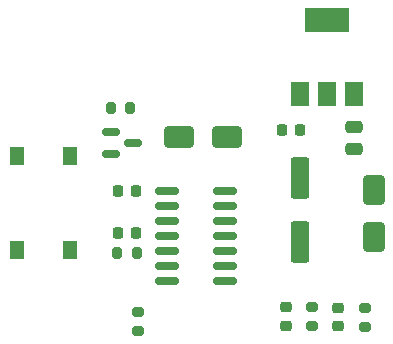
<source format=gbr>
%TF.GenerationSoftware,KiCad,Pcbnew,(7.0.0)*%
%TF.CreationDate,2023-03-04T14:16:48-06:00*%
%TF.ProjectId,pic16-pump-controller,70696331-362d-4707-956d-702d636f6e74,rev?*%
%TF.SameCoordinates,Original*%
%TF.FileFunction,Paste,Top*%
%TF.FilePolarity,Positive*%
%FSLAX46Y46*%
G04 Gerber Fmt 4.6, Leading zero omitted, Abs format (unit mm)*
G04 Created by KiCad (PCBNEW (7.0.0)) date 2023-03-04 14:16:48*
%MOMM*%
%LPD*%
G01*
G04 APERTURE LIST*
G04 Aperture macros list*
%AMRoundRect*
0 Rectangle with rounded corners*
0 $1 Rounding radius*
0 $2 $3 $4 $5 $6 $7 $8 $9 X,Y pos of 4 corners*
0 Add a 4 corners polygon primitive as box body*
4,1,4,$2,$3,$4,$5,$6,$7,$8,$9,$2,$3,0*
0 Add four circle primitives for the rounded corners*
1,1,$1+$1,$2,$3*
1,1,$1+$1,$4,$5*
1,1,$1+$1,$6,$7*
1,1,$1+$1,$8,$9*
0 Add four rect primitives between the rounded corners*
20,1,$1+$1,$2,$3,$4,$5,0*
20,1,$1+$1,$4,$5,$6,$7,0*
20,1,$1+$1,$6,$7,$8,$9,0*
20,1,$1+$1,$8,$9,$2,$3,0*%
G04 Aperture macros list end*
%ADD10RoundRect,0.250000X-0.550000X1.500000X-0.550000X-1.500000X0.550000X-1.500000X0.550000X1.500000X0*%
%ADD11RoundRect,0.250000X1.000000X0.650000X-1.000000X0.650000X-1.000000X-0.650000X1.000000X-0.650000X0*%
%ADD12RoundRect,0.225000X0.225000X0.250000X-0.225000X0.250000X-0.225000X-0.250000X0.225000X-0.250000X0*%
%ADD13RoundRect,0.200000X0.275000X-0.200000X0.275000X0.200000X-0.275000X0.200000X-0.275000X-0.200000X0*%
%ADD14RoundRect,0.200000X-0.200000X-0.275000X0.200000X-0.275000X0.200000X0.275000X-0.200000X0.275000X0*%
%ADD15RoundRect,0.250000X-0.475000X0.250000X-0.475000X-0.250000X0.475000X-0.250000X0.475000X0.250000X0*%
%ADD16RoundRect,0.200000X-0.275000X0.200000X-0.275000X-0.200000X0.275000X-0.200000X0.275000X0.200000X0*%
%ADD17RoundRect,0.150000X-0.825000X-0.150000X0.825000X-0.150000X0.825000X0.150000X-0.825000X0.150000X0*%
%ADD18RoundRect,0.150000X-0.587500X-0.150000X0.587500X-0.150000X0.587500X0.150000X-0.587500X0.150000X0*%
%ADD19RoundRect,0.218750X-0.256250X0.218750X-0.256250X-0.218750X0.256250X-0.218750X0.256250X0.218750X0*%
%ADD20R,1.500000X2.000000*%
%ADD21R,3.800000X2.000000*%
%ADD22RoundRect,0.250000X-0.650000X1.000000X-0.650000X-1.000000X0.650000X-1.000000X0.650000X1.000000X0*%
%ADD23R,1.300000X1.550000*%
G04 APERTURE END LIST*
D10*
%TO.C,C1*%
X103733600Y-103284000D03*
X103733600Y-97884000D03*
%TD*%
D11*
%TO.C,D1*%
X97500000Y-94411800D03*
X93500000Y-94411800D03*
%TD*%
D12*
%TO.C,C4*%
X89852800Y-98958400D03*
X88302800Y-98958400D03*
%TD*%
D13*
%TO.C,R5*%
X90017600Y-110857800D03*
X90017600Y-109207800D03*
%TD*%
D14*
%TO.C,R2*%
X88252800Y-104267000D03*
X89902800Y-104267000D03*
%TD*%
D15*
%TO.C,C3*%
X108294200Y-95438000D03*
X108294200Y-93538000D03*
%TD*%
D16*
%TO.C,R4*%
X109220000Y-108877600D03*
X109220000Y-110527600D03*
%TD*%
D17*
%TO.C,U2*%
X92444800Y-98958400D03*
X92444800Y-100228400D03*
X92444800Y-101498400D03*
X92444800Y-102768400D03*
X92444800Y-104038400D03*
X92444800Y-105308400D03*
X92444800Y-106578400D03*
X97394800Y-106578400D03*
X97394800Y-105308400D03*
X97394800Y-104038400D03*
X97394800Y-102768400D03*
X97394800Y-101498400D03*
X97394800Y-100228400D03*
X97394800Y-98958400D03*
%TD*%
D18*
%TO.C,Q1*%
X87706200Y-93985000D03*
X87706200Y-95885000D03*
X89581200Y-94935000D03*
%TD*%
D14*
%TO.C,R1*%
X87694000Y-91998800D03*
X89344000Y-91998800D03*
%TD*%
D19*
%TO.C,D3*%
X102539800Y-108838900D03*
X102539800Y-110413900D03*
%TD*%
D12*
%TO.C,C5*%
X89852800Y-102565200D03*
X88302800Y-102565200D03*
%TD*%
D20*
%TO.C,U1*%
X103694199Y-90804999D03*
X105994199Y-90804999D03*
D21*
X105994199Y-84504999D03*
D20*
X108294199Y-90804999D03*
%TD*%
D12*
%TO.C,C2*%
X102171200Y-93827600D03*
X103721200Y-93827600D03*
%TD*%
D19*
%TO.C,D4*%
X106934000Y-108864300D03*
X106934000Y-110439300D03*
%TD*%
D16*
%TO.C,R3*%
X104749600Y-108801400D03*
X104749600Y-110451400D03*
%TD*%
D22*
%TO.C,D2*%
X109931200Y-102914200D03*
X109931200Y-98914200D03*
%TD*%
D23*
%TO.C,SW1*%
X84249999Y-96024999D03*
X84249999Y-103974999D03*
X79749999Y-96024999D03*
X79749999Y-103974999D03*
%TD*%
M02*

</source>
